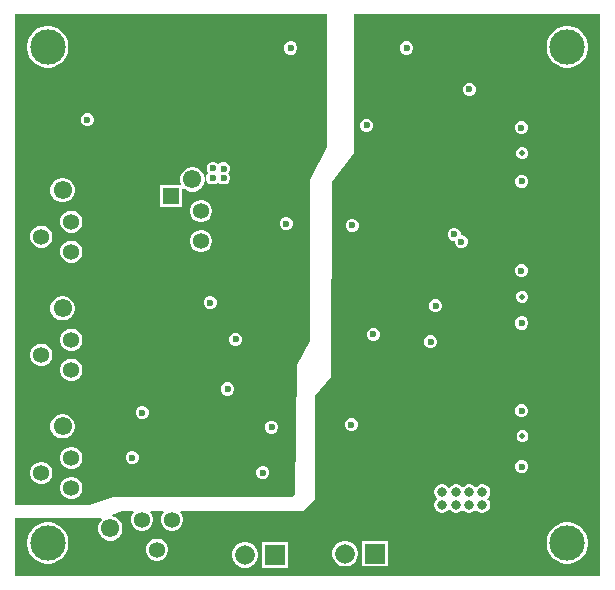
<source format=gbr>
%TF.GenerationSoftware,Altium Limited,Altium Designer,22.10.1 (41)*%
G04 Layer_Physical_Order=3*
G04 Layer_Color=16440176*
%FSLAX45Y45*%
%MOMM*%
%TF.SameCoordinates,C31E8A11-22D9-4D9D-ADA1-1B5FF30F4DDA*%
%TF.FilePolarity,Positive*%
%TF.FileFunction,Copper,L3,Inr,Signal*%
%TF.Part,Single*%
G01*
G75*
%TA.AperFunction,ComponentPad*%
%ADD42R,1.35800X1.35800*%
%ADD43C,1.35800*%
%ADD44C,1.55000*%
%ADD45R,1.66500X1.66500*%
%ADD46C,1.66500*%
%ADD47R,1.35800X1.35800*%
%ADD48O,0.90000X1.80000*%
%TA.AperFunction,WasherPad*%
%ADD49C,3.00000*%
%TA.AperFunction,ViaPad*%
%ADD50C,0.60000*%
%ADD51C,0.50000*%
%ADD52C,0.80000*%
%ADD53C,1.00000*%
G36*
X5966888Y6250000D02*
X5821435Y5973231D01*
Y4609744D01*
X5709881Y4410469D01*
X5696173Y3314062D01*
X5670772Y3290000D01*
X4159679D01*
X3950000Y3219732D01*
X3320391D01*
Y7379609D01*
X5966888D01*
Y6250000D01*
D02*
G37*
G36*
X8279609Y2620390D02*
X3320391D01*
Y3110000D01*
X4053945D01*
X4059206Y3097300D01*
X4047660Y3085754D01*
X4034113Y3062290D01*
X4027100Y3036119D01*
Y3009025D01*
X4034113Y2982854D01*
X4047660Y2959390D01*
X4066818Y2940232D01*
X4090282Y2926685D01*
X4116453Y2919672D01*
X4143547D01*
X4169718Y2926685D01*
X4193182Y2940232D01*
X4212341Y2959390D01*
X4225888Y2982854D01*
X4232900Y3009025D01*
Y3036119D01*
X4225888Y3062290D01*
X4212341Y3085754D01*
X4193182Y3104913D01*
X4169718Y3118460D01*
X4146140Y3124777D01*
X4144123Y3133133D01*
X4144473Y3137789D01*
X4229088Y3171635D01*
X4321926Y3171405D01*
X4327173Y3158692D01*
X4322341Y3153860D01*
X4310058Y3132585D01*
X4303700Y3108856D01*
Y3084289D01*
X4310058Y3060560D01*
X4322341Y3039285D01*
X4339712Y3021914D01*
X4360987Y3009631D01*
X4384717Y3003272D01*
X4409283D01*
X4433013Y3009631D01*
X4454288Y3021914D01*
X4471659Y3039285D01*
X4483942Y3060560D01*
X4490300Y3084289D01*
Y3108856D01*
X4483942Y3132585D01*
X4471659Y3153860D01*
X4466210Y3159309D01*
X4471085Y3171036D01*
X4576671Y3170775D01*
X4581517Y3159036D01*
X4576341Y3153860D01*
X4564058Y3132585D01*
X4557700Y3108856D01*
Y3084289D01*
X4564058Y3060560D01*
X4576341Y3039285D01*
X4593712Y3021914D01*
X4614987Y3009631D01*
X4638717Y3003272D01*
X4663283D01*
X4687013Y3009631D01*
X4708288Y3021914D01*
X4725659Y3039285D01*
X4737942Y3060560D01*
X4744300Y3084289D01*
Y3108856D01*
X4737942Y3132585D01*
X4725659Y3153860D01*
X4720840Y3158679D01*
X4725715Y3170406D01*
X5761843Y3167843D01*
X5864602Y3266477D01*
Y4140615D01*
X6000000Y4301335D01*
X6008158Y5951942D01*
X6195196Y6199545D01*
Y7379609D01*
X8279609D01*
Y2620390D01*
D02*
G37*
%LPC*%
G36*
X5669510Y7145364D02*
X5647470D01*
X5627109Y7136930D01*
X5611524Y7121345D01*
X5603090Y7100984D01*
Y7078944D01*
X5611524Y7058583D01*
X5627109Y7042998D01*
X5647470Y7034564D01*
X5669510D01*
X5689872Y7042998D01*
X5705456Y7058583D01*
X5713890Y7078944D01*
Y7100984D01*
X5705456Y7121345D01*
X5689872Y7136930D01*
X5669510Y7145364D01*
D02*
G37*
G36*
X3617273Y7275401D02*
X3582723D01*
X3548836Y7268660D01*
X3516915Y7255438D01*
X3488187Y7236243D01*
X3463756Y7211812D01*
X3444561Y7183084D01*
X3431339Y7151163D01*
X3424598Y7117276D01*
Y7082726D01*
X3431339Y7048839D01*
X3444561Y7016918D01*
X3463756Y6988190D01*
X3488187Y6963759D01*
X3516915Y6944564D01*
X3548836Y6931342D01*
X3582723Y6924601D01*
X3617273D01*
X3651160Y6931342D01*
X3683081Y6944564D01*
X3711809Y6963759D01*
X3736240Y6988190D01*
X3755435Y7016918D01*
X3768657Y7048839D01*
X3775398Y7082726D01*
Y7117276D01*
X3768657Y7151163D01*
X3755435Y7183084D01*
X3736240Y7211812D01*
X3711809Y7236243D01*
X3683081Y7255438D01*
X3651160Y7268660D01*
X3617273Y7275401D01*
D02*
G37*
G36*
X3947751Y6537333D02*
X3925711D01*
X3905349Y6528899D01*
X3889765Y6513314D01*
X3881331Y6492952D01*
Y6470913D01*
X3889765Y6450551D01*
X3905349Y6434967D01*
X3925711Y6426533D01*
X3947751D01*
X3968112Y6434967D01*
X3983697Y6450551D01*
X3992131Y6470913D01*
Y6492952D01*
X3983697Y6513314D01*
X3968112Y6528899D01*
X3947751Y6537333D01*
D02*
G37*
G36*
X5011135Y6126602D02*
X4989095D01*
X4968734Y6118168D01*
X4953149Y6102583D01*
X4944715Y6082222D01*
Y6060182D01*
X4953149Y6039821D01*
X4962312Y6030658D01*
X4953037Y6021383D01*
X4944603Y6001021D01*
Y5978981D01*
X4953037Y5958620D01*
X4968621Y5943035D01*
X4988983Y5934601D01*
X5011022D01*
X5031384Y5943035D01*
X5045001Y5956653D01*
X5058619Y5943035D01*
X5078980Y5934601D01*
X5101020D01*
X5121381Y5943035D01*
X5136966Y5958620D01*
X5145400Y5978981D01*
Y6001021D01*
X5136966Y6021383D01*
X5128347Y6030001D01*
X5136966Y6038620D01*
X5145400Y6058981D01*
Y6081021D01*
X5136966Y6101383D01*
X5121381Y6116967D01*
X5101020Y6125401D01*
X5078980D01*
X5058619Y6116967D01*
X5045658Y6104006D01*
X5031496Y6118168D01*
X5011135Y6126602D01*
D02*
G37*
G36*
X4839547Y6079900D02*
X4812453D01*
X4786282Y6072888D01*
X4762818Y6059340D01*
X4743660Y6040182D01*
X4730112Y6016718D01*
X4723100Y5990547D01*
Y5963453D01*
X4728580Y5943000D01*
X4720680Y5930300D01*
X4552700D01*
Y5743700D01*
X4739300D01*
Y5900217D01*
X4752000Y5905477D01*
X4762818Y5894660D01*
X4786282Y5881112D01*
X4812453Y5874100D01*
X4839547D01*
X4865718Y5881112D01*
X4889182Y5894660D01*
X4908340Y5913818D01*
X4921888Y5937282D01*
X4928900Y5963453D01*
Y5990547D01*
X4921888Y6016718D01*
X4908340Y6040182D01*
X4889182Y6059340D01*
X4865718Y6072888D01*
X4839547Y6079900D01*
D02*
G37*
G36*
X3739549Y5989901D02*
X3712455D01*
X3686284Y5982889D01*
X3662820Y5969342D01*
X3643662Y5950183D01*
X3630115Y5926719D01*
X3623102Y5900548D01*
Y5873454D01*
X3630115Y5847283D01*
X3643662Y5823819D01*
X3662820Y5804661D01*
X3686284Y5791114D01*
X3712455Y5784101D01*
X3739549D01*
X3765720Y5791114D01*
X3789184Y5804661D01*
X3808343Y5823819D01*
X3821890Y5847283D01*
X3828902Y5873454D01*
Y5900548D01*
X3821890Y5926719D01*
X3808343Y5950183D01*
X3789184Y5969342D01*
X3765720Y5982889D01*
X3739549Y5989901D01*
D02*
G37*
G36*
X4912283Y5803300D02*
X4887717D01*
X4863987Y5796942D01*
X4842712Y5784659D01*
X4825341Y5767288D01*
X4813058Y5746013D01*
X4806700Y5722283D01*
Y5697717D01*
X4813058Y5673987D01*
X4825341Y5652712D01*
X4842712Y5635341D01*
X4863987Y5623058D01*
X4887717Y5616700D01*
X4912283D01*
X4936013Y5623058D01*
X4957288Y5635341D01*
X4974659Y5652712D01*
X4986942Y5673987D01*
X4993300Y5697717D01*
Y5722283D01*
X4986942Y5746013D01*
X4974659Y5767288D01*
X4957288Y5784659D01*
X4936013Y5796942D01*
X4912283Y5803300D01*
D02*
G37*
G36*
X5630197Y5658571D02*
X5608158D01*
X5587796Y5650137D01*
X5572212Y5634553D01*
X5563778Y5614191D01*
Y5592152D01*
X5572212Y5571790D01*
X5587796Y5556206D01*
X5608158Y5547771D01*
X5630197D01*
X5650559Y5556206D01*
X5666143Y5571790D01*
X5674577Y5592152D01*
Y5614191D01*
X5666143Y5634553D01*
X5650559Y5650137D01*
X5630197Y5658571D01*
D02*
G37*
G36*
X3812286Y5713302D02*
X3787719D01*
X3763990Y5706943D01*
X3742715Y5694660D01*
X3725344Y5677289D01*
X3713061Y5656014D01*
X3706703Y5632285D01*
Y5607718D01*
X3713061Y5583989D01*
X3725344Y5562714D01*
X3742715Y5545343D01*
X3763990Y5533060D01*
X3787719Y5526701D01*
X3812286D01*
X3836015Y5533060D01*
X3857290Y5545343D01*
X3874661Y5562714D01*
X3886944Y5583989D01*
X3893303Y5607718D01*
Y5632285D01*
X3886944Y5656014D01*
X3874661Y5677289D01*
X3857290Y5694660D01*
X3836015Y5706943D01*
X3812286Y5713302D01*
D02*
G37*
G36*
X3558286Y5586302D02*
X3533719D01*
X3509990Y5579943D01*
X3488715Y5567660D01*
X3471344Y5550289D01*
X3459061Y5529014D01*
X3452703Y5505285D01*
Y5480718D01*
X3459061Y5456989D01*
X3471344Y5435714D01*
X3488715Y5418343D01*
X3509990Y5406060D01*
X3533719Y5399701D01*
X3558286D01*
X3582015Y5406060D01*
X3603290Y5418343D01*
X3620661Y5435714D01*
X3632944Y5456989D01*
X3639303Y5480718D01*
Y5505285D01*
X3632944Y5529014D01*
X3620661Y5550289D01*
X3603290Y5567660D01*
X3582015Y5579943D01*
X3558286Y5586302D01*
D02*
G37*
G36*
X4912283Y5549300D02*
X4887717D01*
X4863987Y5542942D01*
X4842712Y5530659D01*
X4825341Y5513288D01*
X4813058Y5492013D01*
X4806700Y5468283D01*
Y5443717D01*
X4813058Y5419987D01*
X4825341Y5398712D01*
X4842712Y5381341D01*
X4863987Y5369058D01*
X4887717Y5362700D01*
X4912283D01*
X4936013Y5369058D01*
X4957288Y5381341D01*
X4974659Y5398712D01*
X4986942Y5419987D01*
X4993300Y5443717D01*
Y5468283D01*
X4986942Y5492013D01*
X4974659Y5513288D01*
X4957288Y5530659D01*
X4936013Y5542942D01*
X4912283Y5549300D01*
D02*
G37*
G36*
X3812286Y5459302D02*
X3787719D01*
X3763990Y5452943D01*
X3742715Y5440660D01*
X3725344Y5423289D01*
X3713061Y5402014D01*
X3706703Y5378285D01*
Y5353718D01*
X3713061Y5329989D01*
X3725344Y5308714D01*
X3742715Y5291343D01*
X3763990Y5279060D01*
X3787719Y5272701D01*
X3812286D01*
X3836015Y5279060D01*
X3857290Y5291343D01*
X3874661Y5308714D01*
X3886944Y5329989D01*
X3893303Y5353718D01*
Y5378285D01*
X3886944Y5402014D01*
X3874661Y5423289D01*
X3857290Y5440660D01*
X3836015Y5452943D01*
X3812286Y5459302D01*
D02*
G37*
G36*
X4986687Y4989461D02*
X4964648D01*
X4944286Y4981027D01*
X4928702Y4965442D01*
X4920268Y4945081D01*
Y4923041D01*
X4928702Y4902679D01*
X4944286Y4887095D01*
X4964648Y4878661D01*
X4986687D01*
X5007049Y4887095D01*
X5022633Y4902679D01*
X5031067Y4923041D01*
Y4945081D01*
X5022633Y4965442D01*
X5007049Y4981027D01*
X4986687Y4989461D01*
D02*
G37*
G36*
X3739549Y4989898D02*
X3712455D01*
X3686284Y4982886D01*
X3662820Y4969339D01*
X3643662Y4950180D01*
X3630115Y4926716D01*
X3623102Y4900545D01*
Y4873451D01*
X3630115Y4847280D01*
X3643662Y4823816D01*
X3662820Y4804658D01*
X3686284Y4791111D01*
X3712455Y4784098D01*
X3739549D01*
X3765720Y4791111D01*
X3789184Y4804658D01*
X3808343Y4823816D01*
X3821890Y4847280D01*
X3828902Y4873451D01*
Y4900545D01*
X3821890Y4926716D01*
X3808343Y4950180D01*
X3789184Y4969339D01*
X3765720Y4982886D01*
X3739549Y4989898D01*
D02*
G37*
G36*
X5202151Y4679335D02*
X5180112D01*
X5159750Y4670901D01*
X5144166Y4655317D01*
X5135732Y4634955D01*
Y4612915D01*
X5144166Y4592554D01*
X5159750Y4576969D01*
X5180112Y4568535D01*
X5202151D01*
X5222513Y4576969D01*
X5238097Y4592554D01*
X5246532Y4612915D01*
Y4634955D01*
X5238097Y4655317D01*
X5222513Y4670901D01*
X5202151Y4679335D01*
D02*
G37*
G36*
X3812286Y4713298D02*
X3787719D01*
X3763990Y4706940D01*
X3742715Y4694657D01*
X3725344Y4677286D01*
X3713061Y4656011D01*
X3706703Y4632282D01*
Y4607715D01*
X3713061Y4583986D01*
X3725344Y4562711D01*
X3742715Y4545340D01*
X3763990Y4533056D01*
X3787719Y4526698D01*
X3812286D01*
X3836015Y4533056D01*
X3857290Y4545340D01*
X3874661Y4562711D01*
X3886944Y4583986D01*
X3893303Y4607715D01*
Y4632282D01*
X3886944Y4656011D01*
X3874661Y4677286D01*
X3857290Y4694657D01*
X3836015Y4706940D01*
X3812286Y4713298D01*
D02*
G37*
G36*
X3558286Y4586298D02*
X3533719D01*
X3509990Y4579940D01*
X3488715Y4567657D01*
X3471344Y4550286D01*
X3459061Y4529011D01*
X3452703Y4505282D01*
Y4480715D01*
X3459061Y4456986D01*
X3471344Y4435711D01*
X3488715Y4418340D01*
X3509990Y4406056D01*
X3533719Y4399698D01*
X3558286D01*
X3582015Y4406056D01*
X3603290Y4418340D01*
X3620661Y4435711D01*
X3632944Y4456986D01*
X3639303Y4480715D01*
Y4505282D01*
X3632944Y4529011D01*
X3620661Y4550286D01*
X3603290Y4567657D01*
X3582015Y4579940D01*
X3558286Y4586298D01*
D02*
G37*
G36*
X3812286Y4459298D02*
X3787719D01*
X3763990Y4452940D01*
X3742715Y4440657D01*
X3725344Y4423286D01*
X3713061Y4402011D01*
X3706703Y4378282D01*
Y4353715D01*
X3713061Y4329986D01*
X3725344Y4308711D01*
X3742715Y4291340D01*
X3763990Y4279056D01*
X3787719Y4272698D01*
X3812286D01*
X3836015Y4279056D01*
X3857290Y4291340D01*
X3874661Y4308711D01*
X3886944Y4329986D01*
X3893303Y4353715D01*
Y4378282D01*
X3886944Y4402011D01*
X3874661Y4423286D01*
X3857290Y4440657D01*
X3836015Y4452940D01*
X3812286Y4459298D01*
D02*
G37*
G36*
X5134922Y4258722D02*
X5112883D01*
X5092521Y4250288D01*
X5076937Y4234703D01*
X5068502Y4214342D01*
Y4192302D01*
X5076937Y4171941D01*
X5092521Y4156356D01*
X5112883Y4147922D01*
X5134922D01*
X5155284Y4156356D01*
X5170868Y4171941D01*
X5179302Y4192302D01*
Y4214342D01*
X5170868Y4234703D01*
X5155284Y4250288D01*
X5134922Y4258722D01*
D02*
G37*
G36*
X4410257Y4059373D02*
X4388217D01*
X4367855Y4050939D01*
X4352271Y4035355D01*
X4343837Y4014993D01*
Y3992953D01*
X4352271Y3972592D01*
X4367855Y3957007D01*
X4388217Y3948573D01*
X4410257D01*
X4430618Y3957007D01*
X4446203Y3972592D01*
X4454637Y3992953D01*
Y4014993D01*
X4446203Y4035355D01*
X4430618Y4050939D01*
X4410257Y4059373D01*
D02*
G37*
G36*
X5508441Y3935885D02*
X5486402D01*
X5466040Y3927451D01*
X5450455Y3911866D01*
X5442021Y3891505D01*
Y3869465D01*
X5450455Y3849104D01*
X5466040Y3833519D01*
X5486402Y3825085D01*
X5508441D01*
X5528803Y3833519D01*
X5544387Y3849104D01*
X5552821Y3869465D01*
Y3891505D01*
X5544387Y3911866D01*
X5528803Y3927451D01*
X5508441Y3935885D01*
D02*
G37*
G36*
X3739549Y3989900D02*
X3712455D01*
X3686284Y3982888D01*
X3662820Y3969341D01*
X3643662Y3950182D01*
X3630115Y3926718D01*
X3623102Y3900547D01*
Y3873453D01*
X3630115Y3847282D01*
X3643662Y3823818D01*
X3662820Y3804660D01*
X3686284Y3791113D01*
X3712455Y3784100D01*
X3739549D01*
X3765720Y3791113D01*
X3789184Y3804660D01*
X3808343Y3823818D01*
X3821890Y3847282D01*
X3828902Y3873453D01*
Y3900547D01*
X3821890Y3926718D01*
X3808343Y3950182D01*
X3789184Y3969341D01*
X3765720Y3982888D01*
X3739549Y3989900D01*
D02*
G37*
G36*
X4326488Y3678157D02*
X4304449D01*
X4284087Y3669723D01*
X4268503Y3654139D01*
X4260069Y3633777D01*
Y3611738D01*
X4268503Y3591376D01*
X4284087Y3575791D01*
X4304449Y3567357D01*
X4326488D01*
X4346850Y3575791D01*
X4362435Y3591376D01*
X4370869Y3611738D01*
Y3633777D01*
X4362435Y3654139D01*
X4346850Y3669723D01*
X4326488Y3678157D01*
D02*
G37*
G36*
X3812286Y3713300D02*
X3787719D01*
X3763990Y3706942D01*
X3742715Y3694659D01*
X3725344Y3677288D01*
X3713061Y3656013D01*
X3706703Y3632284D01*
Y3607717D01*
X3713061Y3583988D01*
X3725344Y3562713D01*
X3742715Y3545342D01*
X3763990Y3533058D01*
X3787719Y3526700D01*
X3812286D01*
X3836015Y3533058D01*
X3857290Y3545342D01*
X3874661Y3562713D01*
X3886944Y3583988D01*
X3893303Y3607717D01*
Y3632284D01*
X3886944Y3656013D01*
X3874661Y3677288D01*
X3857290Y3694659D01*
X3836015Y3706942D01*
X3812286Y3713300D01*
D02*
G37*
G36*
X5433449Y3549845D02*
X5411410D01*
X5391048Y3541411D01*
X5375464Y3525827D01*
X5367030Y3505465D01*
Y3483425D01*
X5375464Y3463064D01*
X5391048Y3447479D01*
X5411410Y3439045D01*
X5433449D01*
X5453811Y3447479D01*
X5469395Y3463064D01*
X5477830Y3483425D01*
Y3505465D01*
X5469395Y3525827D01*
X5453811Y3541411D01*
X5433449Y3549845D01*
D02*
G37*
G36*
X3558286Y3586300D02*
X3533719D01*
X3509990Y3579942D01*
X3488715Y3567659D01*
X3471344Y3550288D01*
X3459061Y3529013D01*
X3452703Y3505284D01*
Y3480717D01*
X3459061Y3456988D01*
X3471344Y3435713D01*
X3488715Y3418342D01*
X3509990Y3406058D01*
X3533719Y3399700D01*
X3558286D01*
X3582015Y3406058D01*
X3603290Y3418342D01*
X3620661Y3435713D01*
X3632944Y3456988D01*
X3639303Y3480717D01*
Y3505284D01*
X3632944Y3529013D01*
X3620661Y3550288D01*
X3603290Y3567659D01*
X3582015Y3579942D01*
X3558286Y3586300D01*
D02*
G37*
G36*
X3812286Y3459300D02*
X3787719D01*
X3763990Y3452942D01*
X3742715Y3440659D01*
X3725344Y3423288D01*
X3713061Y3402013D01*
X3706703Y3378284D01*
Y3353717D01*
X3713061Y3329988D01*
X3725344Y3308713D01*
X3742715Y3291342D01*
X3763990Y3279058D01*
X3787719Y3272700D01*
X3812286D01*
X3836015Y3279058D01*
X3857290Y3291342D01*
X3874661Y3308713D01*
X3886944Y3329988D01*
X3893303Y3353717D01*
Y3378284D01*
X3886944Y3402013D01*
X3874661Y3423288D01*
X3857290Y3440659D01*
X3836015Y3452942D01*
X3812286Y3459300D01*
D02*
G37*
G36*
X6651020Y7145400D02*
X6628980D01*
X6608618Y7136966D01*
X6593034Y7121381D01*
X6584600Y7101020D01*
Y7078980D01*
X6593034Y7058619D01*
X6608618Y7043034D01*
X6628980Y7034600D01*
X6651020D01*
X6671381Y7043034D01*
X6686966Y7058619D01*
X6695400Y7078980D01*
Y7101020D01*
X6686966Y7121381D01*
X6671381Y7136966D01*
X6651020Y7145400D01*
D02*
G37*
G36*
X8017275Y7275401D02*
X7982724D01*
X7948837Y7268660D01*
X7916916Y7255438D01*
X7888188Y7236243D01*
X7863757Y7211812D01*
X7844562Y7183084D01*
X7831340Y7151163D01*
X7824599Y7117276D01*
Y7082726D01*
X7831340Y7048839D01*
X7844562Y7016918D01*
X7863757Y6988190D01*
X7888188Y6963759D01*
X7916916Y6944564D01*
X7948837Y6931342D01*
X7982724Y6924601D01*
X8017275D01*
X8051161Y6931342D01*
X8083082Y6944564D01*
X8111810Y6963759D01*
X8136241Y6988190D01*
X8155437Y7016918D01*
X8168659Y7048839D01*
X8175399Y7082726D01*
Y7117276D01*
X8168659Y7151163D01*
X8155437Y7183084D01*
X8136241Y7211812D01*
X8111810Y7236243D01*
X8083082Y7255438D01*
X8051161Y7268660D01*
X8017275Y7275401D01*
D02*
G37*
G36*
X7181020Y6795400D02*
X7158980D01*
X7138618Y6786966D01*
X7123034Y6771381D01*
X7114600Y6751020D01*
Y6728980D01*
X7123034Y6708619D01*
X7138618Y6693034D01*
X7158980Y6684600D01*
X7181020D01*
X7201381Y6693034D01*
X7216966Y6708619D01*
X7225400Y6728980D01*
Y6751020D01*
X7216966Y6771381D01*
X7201381Y6786966D01*
X7181020Y6795400D01*
D02*
G37*
G36*
X6310408Y6490331D02*
X6288368D01*
X6268007Y6481897D01*
X6252422Y6466312D01*
X6243988Y6445951D01*
Y6423911D01*
X6252422Y6403550D01*
X6268007Y6387965D01*
X6288368Y6379531D01*
X6310408D01*
X6330769Y6387965D01*
X6346354Y6403550D01*
X6354788Y6423911D01*
Y6445951D01*
X6346354Y6466312D01*
X6330769Y6481897D01*
X6310408Y6490331D01*
D02*
G37*
G36*
X7621569Y6471392D02*
X7599529D01*
X7579167Y6462958D01*
X7563583Y6447374D01*
X7555149Y6427012D01*
Y6404972D01*
X7563583Y6384611D01*
X7579167Y6369026D01*
X7599529Y6360592D01*
X7621569D01*
X7641930Y6369026D01*
X7657515Y6384611D01*
X7665949Y6404972D01*
Y6427012D01*
X7657515Y6447374D01*
X7641930Y6462958D01*
X7621569Y6471392D01*
D02*
G37*
G36*
X7628472Y6248745D02*
X7608421D01*
X7589897Y6241072D01*
X7575720Y6226894D01*
X7568047Y6208370D01*
Y6188320D01*
X7575720Y6169795D01*
X7589897Y6155618D01*
X7608421Y6147945D01*
X7628472D01*
X7646996Y6155618D01*
X7661173Y6169795D01*
X7668846Y6188320D01*
Y6208370D01*
X7661173Y6226894D01*
X7646996Y6241072D01*
X7628472Y6248745D01*
D02*
G37*
G36*
X7625286Y6017857D02*
X7603246D01*
X7582885Y6009423D01*
X7567300Y5993838D01*
X7558866Y5973477D01*
Y5951437D01*
X7567300Y5931076D01*
X7582885Y5915491D01*
X7603246Y5907057D01*
X7625286D01*
X7645647Y5915491D01*
X7661232Y5931076D01*
X7669666Y5951437D01*
Y5973477D01*
X7661232Y5993838D01*
X7645647Y6009423D01*
X7625286Y6017857D01*
D02*
G37*
G36*
X6189051Y5644285D02*
X6167011D01*
X6146649Y5635851D01*
X6131065Y5620266D01*
X6122631Y5599905D01*
Y5577865D01*
X6131065Y5557503D01*
X6146649Y5541919D01*
X6167011Y5533485D01*
X6189051D01*
X6209412Y5541919D01*
X6224997Y5557503D01*
X6233431Y5577865D01*
Y5599905D01*
X6224997Y5620266D01*
X6209412Y5635851D01*
X6189051Y5644285D01*
D02*
G37*
G36*
X7052292Y5567402D02*
X7030253D01*
X7009891Y5558968D01*
X6994307Y5543383D01*
X6985873Y5523022D01*
Y5500982D01*
X6994307Y5480620D01*
X7009891Y5465036D01*
X7030253Y5456602D01*
X7044600D01*
Y5438980D01*
X7053034Y5418619D01*
X7068619Y5403034D01*
X7088980Y5394600D01*
X7111020D01*
X7131381Y5403034D01*
X7146966Y5418619D01*
X7155400Y5438980D01*
Y5461020D01*
X7146966Y5481381D01*
X7131381Y5496966D01*
X7111020Y5505400D01*
X7096673D01*
Y5523022D01*
X7088239Y5543383D01*
X7072654Y5558968D01*
X7052292Y5567402D01*
D02*
G37*
G36*
X7621705Y5259771D02*
X7599666D01*
X7579304Y5251336D01*
X7563719Y5235752D01*
X7555285Y5215390D01*
Y5193351D01*
X7563719Y5172989D01*
X7579304Y5157405D01*
X7599666Y5148971D01*
X7621705D01*
X7642067Y5157405D01*
X7657651Y5172989D01*
X7666085Y5193351D01*
Y5215390D01*
X7657651Y5235752D01*
X7642067Y5251336D01*
X7621705Y5259771D01*
D02*
G37*
G36*
X7629688Y5033744D02*
X7609638D01*
X7591113Y5026071D01*
X7576936Y5011893D01*
X7569263Y4993369D01*
Y4973319D01*
X7576936Y4954795D01*
X7591113Y4940617D01*
X7609638Y4932944D01*
X7629688D01*
X7648212Y4940617D01*
X7662390Y4954795D01*
X7670063Y4973319D01*
Y4993369D01*
X7662390Y5011893D01*
X7648212Y5026071D01*
X7629688Y5033744D01*
D02*
G37*
G36*
X6896550Y4961874D02*
X6874510D01*
X6854149Y4953440D01*
X6838564Y4937855D01*
X6830130Y4917494D01*
Y4895454D01*
X6838564Y4875092D01*
X6854149Y4859508D01*
X6874510Y4851074D01*
X6896550D01*
X6916911Y4859508D01*
X6932496Y4875092D01*
X6940930Y4895454D01*
Y4917494D01*
X6932496Y4937855D01*
X6916911Y4953440D01*
X6896550Y4961874D01*
D02*
G37*
G36*
X7625616Y4817031D02*
X7603576D01*
X7583215Y4808597D01*
X7567630Y4793013D01*
X7559196Y4772651D01*
Y4750612D01*
X7567630Y4730250D01*
X7583215Y4714665D01*
X7603576Y4706231D01*
X7625616D01*
X7645978Y4714665D01*
X7661562Y4730250D01*
X7669996Y4750612D01*
Y4772651D01*
X7661562Y4793013D01*
X7645978Y4808597D01*
X7625616Y4817031D01*
D02*
G37*
G36*
X6368234Y4721219D02*
X6346194D01*
X6325833Y4712785D01*
X6310248Y4697201D01*
X6301814Y4676839D01*
Y4654800D01*
X6310248Y4634438D01*
X6325833Y4618854D01*
X6346194Y4610420D01*
X6368234D01*
X6388596Y4618854D01*
X6404180Y4634438D01*
X6412614Y4654800D01*
Y4676839D01*
X6404180Y4697201D01*
X6388596Y4712785D01*
X6368234Y4721219D01*
D02*
G37*
G36*
X6853284Y4657363D02*
X6831245D01*
X6810883Y4648928D01*
X6795299Y4633344D01*
X6786865Y4612982D01*
Y4590943D01*
X6795299Y4570581D01*
X6810883Y4554997D01*
X6831245Y4546563D01*
X6853284D01*
X6873646Y4554997D01*
X6889230Y4570581D01*
X6897664Y4590943D01*
Y4612982D01*
X6889230Y4633344D01*
X6873646Y4648928D01*
X6853284Y4657363D01*
D02*
G37*
G36*
X7622757Y4073890D02*
X7600718D01*
X7580356Y4065456D01*
X7564772Y4049871D01*
X7556338Y4029510D01*
Y4007470D01*
X7564772Y3987108D01*
X7580356Y3971524D01*
X7600718Y3963090D01*
X7622757D01*
X7643119Y3971524D01*
X7658704Y3987108D01*
X7667138Y4007470D01*
Y4029510D01*
X7658704Y4049871D01*
X7643119Y4065456D01*
X7622757Y4073890D01*
D02*
G37*
G36*
X6183176Y3955744D02*
X6161136D01*
X6140774Y3947310D01*
X6125190Y3931726D01*
X6116756Y3911364D01*
Y3889325D01*
X6125190Y3868963D01*
X6140774Y3853379D01*
X6161136Y3844945D01*
X6183176D01*
X6203537Y3853379D01*
X6219122Y3868963D01*
X6227556Y3889325D01*
Y3911364D01*
X6219122Y3931726D01*
X6203537Y3947310D01*
X6183176Y3955744D01*
D02*
G37*
G36*
X7629852Y3853717D02*
X7609802D01*
X7591277Y3846044D01*
X7577100Y3831867D01*
X7569427Y3813342D01*
Y3793292D01*
X7577100Y3774768D01*
X7591277Y3760590D01*
X7609802Y3752917D01*
X7629852D01*
X7648376Y3760590D01*
X7662554Y3774768D01*
X7670227Y3793292D01*
Y3813342D01*
X7662554Y3831867D01*
X7648376Y3846044D01*
X7629852Y3853717D01*
D02*
G37*
G36*
X7625286Y3601787D02*
X7603246D01*
X7582885Y3593353D01*
X7567300Y3577768D01*
X7558866Y3557407D01*
Y3535367D01*
X7567300Y3515005D01*
X7582885Y3499421D01*
X7603246Y3490987D01*
X7625286D01*
X7645647Y3499421D01*
X7661232Y3515005D01*
X7669666Y3535367D01*
Y3557407D01*
X7661232Y3577768D01*
X7645647Y3593353D01*
X7625286Y3601787D01*
D02*
G37*
G36*
X7288610Y3395400D02*
X7271390D01*
X7254756Y3390943D01*
X7239843Y3382333D01*
X7233582Y3376072D01*
X7225000Y3371559D01*
X7216417Y3376072D01*
X7210157Y3382333D01*
X7195243Y3390943D01*
X7178610Y3395400D01*
X7161390D01*
X7144756Y3390943D01*
X7129843Y3382333D01*
X7123582Y3376072D01*
X7115000Y3371559D01*
X7106418Y3376072D01*
X7100157Y3382333D01*
X7085244Y3390943D01*
X7068610Y3395400D01*
X7051390D01*
X7034757Y3390943D01*
X7019843Y3382333D01*
X7007667Y3370157D01*
X7006350Y3367875D01*
X6993650D01*
X6992333Y3370157D01*
X6980157Y3382333D01*
X6965244Y3390943D01*
X6948610Y3395400D01*
X6931390D01*
X6914757Y3390943D01*
X6899843Y3382333D01*
X6887667Y3370157D01*
X6879057Y3355243D01*
X6874600Y3338610D01*
Y3321390D01*
X6879057Y3304756D01*
X6887667Y3289843D01*
X6893928Y3283582D01*
X6898441Y3275000D01*
X6893928Y3266417D01*
X6887667Y3260157D01*
X6879057Y3245243D01*
X6874600Y3228610D01*
Y3211390D01*
X6879057Y3194756D01*
X6887667Y3179843D01*
X6899843Y3167667D01*
X6914757Y3159057D01*
X6931390Y3154600D01*
X6948610D01*
X6965244Y3159057D01*
X6980157Y3167667D01*
X6992333Y3179843D01*
X6993650Y3182124D01*
X7006350D01*
X7007667Y3179843D01*
X7019843Y3167667D01*
X7034757Y3159057D01*
X7051390Y3154600D01*
X7068610D01*
X7085244Y3159057D01*
X7100157Y3167667D01*
X7106418Y3173928D01*
X7115000Y3178441D01*
X7123582Y3173928D01*
X7129843Y3167667D01*
X7144756Y3159057D01*
X7161390Y3154600D01*
X7178610D01*
X7195243Y3159057D01*
X7210157Y3167667D01*
X7216417Y3173928D01*
X7225000Y3178441D01*
X7233582Y3173928D01*
X7239843Y3167667D01*
X7254756Y3159057D01*
X7271390Y3154600D01*
X7288610D01*
X7305243Y3159057D01*
X7320157Y3167667D01*
X7332333Y3179843D01*
X7340943Y3194756D01*
X7345400Y3211390D01*
Y3228610D01*
X7340943Y3245243D01*
X7332333Y3260157D01*
X7326072Y3266417D01*
X7321559Y3275000D01*
X7326072Y3283582D01*
X7332333Y3289843D01*
X7340943Y3304756D01*
X7345400Y3321390D01*
Y3338610D01*
X7340943Y3355243D01*
X7332333Y3370157D01*
X7320157Y3382333D01*
X7305243Y3390943D01*
X7288610Y3395400D01*
D02*
G37*
G36*
X4536283Y2935872D02*
X4511717D01*
X4487987Y2929514D01*
X4466712Y2917231D01*
X4449341Y2899860D01*
X4437058Y2878585D01*
X4430700Y2854856D01*
Y2830289D01*
X4437058Y2806560D01*
X4449341Y2785285D01*
X4466712Y2767914D01*
X4487987Y2755631D01*
X4511717Y2749272D01*
X4536283D01*
X4560013Y2755631D01*
X4581288Y2767914D01*
X4598659Y2785285D01*
X4610942Y2806560D01*
X4617300Y2830289D01*
Y2854856D01*
X4610942Y2878585D01*
X4598659Y2899860D01*
X4581288Y2917231D01*
X4560013Y2929514D01*
X4536283Y2935872D01*
D02*
G37*
G36*
X8017275Y3075399D02*
X7982724D01*
X7948837Y3068659D01*
X7916916Y3055437D01*
X7888188Y3036241D01*
X7863757Y3011810D01*
X7844562Y2983082D01*
X7831340Y2951161D01*
X7824599Y2917275D01*
Y2882724D01*
X7831340Y2848837D01*
X7844562Y2816916D01*
X7863757Y2788188D01*
X7888188Y2763757D01*
X7916916Y2744562D01*
X7948837Y2731340D01*
X7982724Y2724599D01*
X8017275D01*
X8051161Y2731340D01*
X8083082Y2744562D01*
X8111810Y2763757D01*
X8136241Y2788188D01*
X8155437Y2816916D01*
X8168659Y2848837D01*
X8175399Y2882724D01*
Y2917275D01*
X8168659Y2951161D01*
X8155437Y2983082D01*
X8136241Y3011810D01*
X8111810Y3036241D01*
X8083082Y3055437D01*
X8051161Y3068659D01*
X8017275Y3075399D01*
D02*
G37*
G36*
X3617273D02*
X3582723D01*
X3548836Y3068659D01*
X3516915Y3055437D01*
X3488187Y3036241D01*
X3463756Y3011810D01*
X3444561Y2983082D01*
X3431339Y2951161D01*
X3424598Y2917275D01*
Y2882724D01*
X3431339Y2848837D01*
X3444561Y2816916D01*
X3463756Y2788188D01*
X3488187Y2763757D01*
X3516915Y2744562D01*
X3548836Y2731340D01*
X3582723Y2724599D01*
X3617273D01*
X3651160Y2731340D01*
X3683081Y2744562D01*
X3711809Y2763757D01*
X3736240Y2788188D01*
X3755435Y2816916D01*
X3768657Y2848837D01*
X3775398Y2882724D01*
Y2917275D01*
X3768657Y2951161D01*
X3755435Y2983082D01*
X3736240Y3011810D01*
X3711809Y3036241D01*
X3683081Y3055437D01*
X3651160Y3068659D01*
X3617273Y3075399D01*
D02*
G37*
G36*
X6482650Y2918650D02*
X6265350D01*
Y2701350D01*
X6482650D01*
Y2918650D01*
D02*
G37*
G36*
X6134304D02*
X6105696D01*
X6078063Y2911246D01*
X6053287Y2896942D01*
X6033058Y2876713D01*
X6018754Y2851937D01*
X6011350Y2824304D01*
Y2795696D01*
X6018754Y2768063D01*
X6033058Y2743287D01*
X6053287Y2723058D01*
X6078063Y2708754D01*
X6105696Y2701350D01*
X6134304D01*
X6161937Y2708754D01*
X6186713Y2723058D01*
X6206942Y2743287D01*
X6221246Y2768063D01*
X6228650Y2795696D01*
Y2824304D01*
X6221246Y2851937D01*
X6206942Y2876713D01*
X6186713Y2896942D01*
X6161937Y2911246D01*
X6134304Y2918650D01*
D02*
G37*
G36*
X5632650Y2908650D02*
X5415350D01*
Y2691350D01*
X5632650D01*
Y2908650D01*
D02*
G37*
G36*
X5284304D02*
X5255696D01*
X5228062Y2901246D01*
X5203287Y2886942D01*
X5183058Y2866713D01*
X5168754Y2841937D01*
X5161350Y2814304D01*
Y2785696D01*
X5168754Y2758063D01*
X5183058Y2733287D01*
X5203287Y2713058D01*
X5228062Y2698754D01*
X5255696Y2691350D01*
X5284304D01*
X5311937Y2698754D01*
X5336712Y2713058D01*
X5356942Y2733287D01*
X5371246Y2758063D01*
X5378650Y2785696D01*
Y2814304D01*
X5371246Y2841937D01*
X5356942Y2866713D01*
X5336712Y2886942D01*
X5311937Y2901246D01*
X5284304Y2908650D01*
D02*
G37*
%LPD*%
D42*
X4646000Y5837000D02*
D03*
X3546003Y5747001D02*
D03*
Y3747000D02*
D03*
Y4746998D02*
D03*
D43*
X4900000Y5710000D02*
D03*
X4646000Y5583000D02*
D03*
X4900000Y5456000D02*
D03*
X4651000Y3096572D02*
D03*
X4524000Y2842572D02*
D03*
X4397000Y3096572D02*
D03*
X3800003Y5366001D02*
D03*
X3546003Y5493001D02*
D03*
X3800003Y5620001D02*
D03*
Y3366000D02*
D03*
X3546003Y3493000D02*
D03*
X3800003Y3620000D02*
D03*
Y4365998D02*
D03*
X3546003Y4492998D02*
D03*
X3800003Y4619998D02*
D03*
D44*
X4826000Y5977000D02*
D03*
X4130000Y3022572D02*
D03*
X3726002Y5887001D02*
D03*
Y3887000D02*
D03*
Y4886998D02*
D03*
D45*
X6374000Y2810000D02*
D03*
X5524000Y2800000D02*
D03*
D46*
X6120000Y2810000D02*
D03*
X5866000D02*
D03*
X5270000Y2800000D02*
D03*
X5016000D02*
D03*
D47*
X4270000Y2842572D02*
D03*
D48*
X4819625Y7216460D02*
D03*
X4159626D02*
D03*
D49*
X7999999Y2899999D02*
D03*
Y7100001D02*
D03*
X3599998Y2899999D02*
D03*
Y7100001D02*
D03*
D50*
X3676729Y6481136D02*
D03*
X4399237Y4003973D02*
D03*
X7240000Y7030000D02*
D03*
X7160000D02*
D03*
Y7110000D02*
D03*
X7240000D02*
D03*
X7340766Y5059113D02*
D03*
X4813050Y6158656D02*
D03*
X5181506Y4934791D02*
D03*
X4975667Y4934061D02*
D03*
X5189982Y4832657D02*
D03*
X4949072Y6491711D02*
D03*
X5116722Y6846220D02*
D03*
X5423718Y3368865D02*
D03*
X5422430Y3494445D02*
D03*
X5123902Y4203322D02*
D03*
X5245452Y3670403D02*
D03*
X6125665Y3300929D02*
D03*
X4094857Y3823414D02*
D03*
X4611629Y3541475D02*
D03*
X6916306Y5132939D02*
D03*
X5503677Y4035279D02*
D03*
X6178031Y5588885D02*
D03*
X6169593Y4095891D02*
D03*
X6172156Y3900344D02*
D03*
X5191132Y4623935D02*
D03*
X4315469Y3622757D02*
D03*
X6640000Y7090000D02*
D03*
X5476192Y7088551D02*
D03*
X5658490Y7089964D02*
D03*
X6273416Y5872398D02*
D03*
X5621289Y5809172D02*
D03*
X5619177Y5603171D02*
D03*
X6959600Y5694919D02*
D03*
X7041273Y5512002D02*
D03*
X7100000Y5450000D02*
D03*
X6808943Y7270625D02*
D03*
X6357214Y4665819D02*
D03*
X7614266Y5962457D02*
D03*
X7610549Y6415992D02*
D03*
X7614596Y4761631D02*
D03*
X7610685Y5204371D02*
D03*
X7614266Y3546387D02*
D03*
X7611738Y4018490D02*
D03*
X6299388Y6434931D02*
D03*
X7170000Y6740000D02*
D03*
X6304868Y6316537D02*
D03*
X6366765Y5319001D02*
D03*
X7396938Y6335105D02*
D03*
X6885530Y4906474D02*
D03*
X6842264Y4601963D02*
D03*
X7224907Y5785008D02*
D03*
X7223485Y3784304D02*
D03*
X5670554Y4498373D02*
D03*
X5497421Y3880485D02*
D03*
X5766908Y7069943D02*
D03*
X5766140Y6307528D02*
D03*
X5599538Y5321592D02*
D03*
X6196780Y4498575D02*
D03*
X6515916Y7070079D02*
D03*
X7392760Y6077343D02*
D03*
X7537076Y6251757D02*
D03*
X7397044Y4867123D02*
D03*
X7539401Y5042042D02*
D03*
X7172148Y4925431D02*
D03*
X7398845Y3919891D02*
D03*
X7398170Y3682778D02*
D03*
X4174186Y3983058D02*
D03*
X5000115Y6071202D02*
D03*
X3936731Y6481933D02*
D03*
X3808105Y6483447D02*
D03*
X3423732Y6483441D02*
D03*
X5090000Y6070001D02*
D03*
X5000003Y5990001D02*
D03*
X5090000D02*
D03*
X4917755Y4444705D02*
D03*
X5023206Y4661571D02*
D03*
X4352656Y7048348D02*
D03*
X4814428Y7068876D02*
D03*
X4176207D02*
D03*
X4340946Y6616131D02*
D03*
X6959402Y3827226D02*
D03*
X7503312Y3822090D02*
D03*
D51*
X6381905Y4991866D02*
D03*
X6376932Y5127284D02*
D03*
X7619663Y4983344D02*
D03*
X7618447Y6198345D02*
D03*
X7619827Y3803317D02*
D03*
X6387170Y4896641D02*
D03*
Y4825097D02*
D03*
X6510000Y5300000D02*
D03*
D52*
X7390000Y2990000D02*
D03*
Y2890000D02*
D03*
X7190000D02*
D03*
X7290000Y2790000D02*
D03*
Y2890000D02*
D03*
X7190000Y2790000D02*
D03*
X7390000D02*
D03*
X7190000Y2990000D02*
D03*
X7290000D02*
D03*
X7170000Y3220000D02*
D03*
X7280000D02*
D03*
Y3330000D02*
D03*
X7170000D02*
D03*
X7060000D02*
D03*
X6940000D02*
D03*
Y3220000D02*
D03*
X7060000D02*
D03*
X7829225Y3800104D02*
D03*
X7830002Y3670000D02*
D03*
Y6330000D02*
D03*
Y6070001D02*
D03*
X7829225Y6200104D02*
D03*
X7830002Y5120000D02*
D03*
Y4860000D02*
D03*
X7829225Y4990104D02*
D03*
X7830002Y3930000D02*
D03*
D53*
X7997642Y6134257D02*
D03*
X7975001Y3250001D02*
D03*
X7824998D02*
D03*
X7998851Y3733780D02*
D03*
X7998831Y6269680D02*
D03*
X7999999Y4449999D02*
D03*
Y5650001D02*
D03*
X8000589Y5064262D02*
D03*
X7997276Y5536133D02*
D03*
X7998277Y3870858D02*
D03*
X7997703Y4329120D02*
D03*
X7875001Y6749999D02*
D03*
X7999999D02*
D03*
X8001528Y4933671D02*
D03*
%TF.MD5,4a05ba8a6913d0a36952f3bf5d3efa46*%
M02*

</source>
